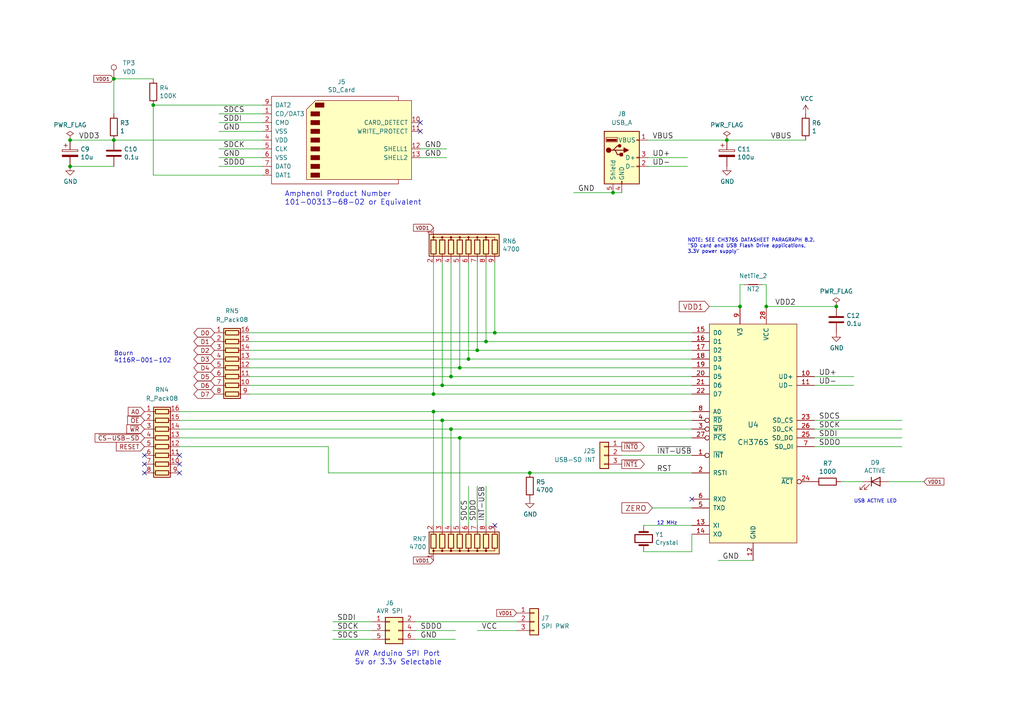
<source format=kicad_sch>
(kicad_sch (version 20211123) (generator eeschema)
  (paper "A4")
  (lib_symbols
    (symbol "CH376S:CH376S" (pin_names (offset 1.016))
      (property "Reference" "U" (at 0 -1.27 0))
      (property "Value" "CH376S" (at 0 -3.81 0))
      (symbol "CH376S_0_1"
        (rectangle (start -12.7 31.75) (end 12.7 -31.75) (fill (type background)))
      )
      (symbol "CH376S_1_1"
        (pin output inverted (at -17.78 -6.35 0) (length 5.08) (name "~{INT}") (number "1"))
        (pin bidirectional line (at 17.78 16.51 180) (length 5.08) (name "UD+") (number "10"))
        (pin bidirectional line (at 17.78 13.97 180) (length 5.08) (name "UD-") (number "11"))
        (pin power_in line (at 0 -36.83 90) (length 5.08) (name "GND") (number "12"))
        (pin input line (at -17.78 -26.67 0) (length 5.08) (name "XI") (number "13"))
        (pin output line (at -17.78 -29.21 0) (length 5.08) (name "XO") (number "14"))
        (pin bidirectional line (at -17.78 29.21 0) (length 5.08) (name "D0") (number "15"))
        (pin bidirectional line (at -17.78 26.67 0) (length 5.08) (name "D1") (number "16"))
        (pin bidirectional line (at -17.78 24.13 0) (length 5.08) (name "D2") (number "17"))
        (pin bidirectional line (at -17.78 21.59 0) (length 5.08) (name "D3") (number "18"))
        (pin bidirectional line (at -17.78 19.05 0) (length 5.08) (name "D4") (number "19"))
        (pin input line (at -17.78 -11.43 0) (length 5.08) (name "RSTI") (number "2"))
        (pin bidirectional line (at -17.78 16.51 0) (length 5.08) (name "D5") (number "20"))
        (pin bidirectional line (at -17.78 13.97 0) (length 5.08) (name "D6") (number "21"))
        (pin bidirectional line (at -17.78 11.43 0) (length 5.08) (name "D7") (number "22"))
        (pin output line (at 17.78 3.81 180) (length 5.08) (name "SD_CS") (number "23"))
        (pin output inverted (at 17.78 -13.97 180) (length 5.08) (name "~{ACT}") (number "24"))
        (pin output line (at 17.78 -1.27 180) (length 5.08) (name "SD_DO") (number "25"))
        (pin output line (at 17.78 1.27 180) (length 5.08) (name "SD_CK") (number "26"))
        (pin input inverted (at -17.78 -1.27 0) (length 5.08) (name "~{PCS}") (number "27"))
        (pin power_in line (at 3.81 36.83 270) (length 5.08) (name "VCC") (number "28"))
        (pin input inverted (at -17.78 1.27 0) (length 5.08) (name "~{WR}") (number "3"))
        (pin input inverted (at -17.78 3.81 0) (length 5.08) (name "~{RD}") (number "4"))
        (pin output line (at -17.78 -21.59 0) (length 5.08) (name "TXD") (number "5"))
        (pin input line (at -17.78 -19.05 0) (length 5.08) (name "RXD") (number "6"))
        (pin input line (at 17.78 -3.81 180) (length 5.08) (name "SD_DI") (number "7"))
        (pin input line (at -17.78 6.35 0) (length 5.08) (name "A0") (number "8"))
        (pin power_in line (at -3.81 36.83 270) (length 5.08) (name "V3") (number "9"))
      )
    )
    (symbol "Connector:SD_Card" (pin_names (offset 1.016))
      (property "Reference" "J" (at -16.51 13.97 0))
      (property "Value" "SD_Card" (at 15.24 -13.97 0))
      (symbol "SD_Card_0_1"
        (rectangle (start -8.89 -9.525) (end -6.35 -10.795) (fill (type outline)))
        (rectangle (start -8.89 -6.985) (end -6.35 -8.255) (fill (type outline)))
        (rectangle (start -8.89 -4.445) (end -6.35 -5.715) (fill (type outline)))
        (rectangle (start -8.89 -1.905) (end -6.35 -3.175) (fill (type outline)))
        (rectangle (start -8.89 0.635) (end -6.35 -0.635) (fill (type outline)))
        (rectangle (start -8.89 3.175) (end -6.35 1.905) (fill (type outline)))
        (rectangle (start -8.89 5.715) (end -6.35 4.445) (fill (type outline)))
        (rectangle (start -8.89 8.255) (end -6.35 6.985) (fill (type outline)))
        (rectangle (start -7.62 10.795) (end -5.08 9.525) (fill (type outline)))
        (polyline (pts (xy -10.16 8.89) (xy -7.62 11.43) (xy 20.32 11.43) (xy 20.32 -11.43) (xy -10.16 -11.43) (xy -10.16 8.89)) (fill (type background)))
        (polyline (pts (xy 16.51 11.43) (xy 16.51 12.7) (xy -20.32 12.7) (xy -20.32 -12.7) (xy 16.51 -12.7) (xy 16.51 -11.43)))
      )
      (symbol "SD_Card_1_1"
        (pin input line (at -22.86 7.62 0) (length 2.54) (name "CD/DAT3") (number "1"))
        (pin input line (at 22.86 5.08 180) (length 2.54) (name "CARD_DETECT") (number "10"))
        (pin input line (at 22.86 2.54 180) (length 2.54) (name "WRITE_PROTECT") (number "11"))
        (pin input line (at 22.86 -2.54 180) (length 2.54) (name "SHELL1") (number "12"))
        (pin input line (at 22.86 -5.08 180) (length 2.54) (name "SHELL2") (number "13"))
        (pin input line (at -22.86 5.08 0) (length 2.54) (name "CMD") (number "2"))
        (pin power_in line (at -22.86 2.54 0) (length 2.54) (name "VSS") (number "3"))
        (pin power_in line (at -22.86 0 0) (length 2.54) (name "VDD") (number "4"))
        (pin input line (at -22.86 -2.54 0) (length 2.54) (name "CLK") (number "5"))
        (pin power_in line (at -22.86 -5.08 0) (length 2.54) (name "VSS") (number "6"))
        (pin input line (at -22.86 -7.62 0) (length 2.54) (name "DAT0") (number "7"))
        (pin input line (at -22.86 -10.16 0) (length 2.54) (name "DAT1") (number "8"))
        (pin input line (at -22.86 10.16 0) (length 2.54) (name "DAT2") (number "9"))
      )
    )
    (symbol "Connector:TestPoint" (pin_numbers hide) (pin_names (offset 0.762) hide)
      (property "Reference" "TP" (at 0 6.858 0))
      (property "Value" "TestPoint" (at 0 5.08 0))
      (symbol "TestPoint_0_1"
        (circle (center 0 3.302) (radius 0.762))
      )
      (symbol "TestPoint_1_1"
        (pin passive line (at 0 0 90) (length 2.54) (name "1") (number "1"))
      )
    )
    (symbol "Connector:USB_A" (pin_names (offset 1.016))
      (property "Reference" "J" (at -5.08 11.43 0))
      (property "Value" "USB_A" (at -5.08 8.89 0))
      (symbol "USB_A_0_1"
        (rectangle (start -5.08 -7.62) (end 5.08 7.62) (stroke (width 0.254)) (fill (type background)))
        (circle (center -3.81 2.159) (radius 0.635) (stroke (width 0.254)) (fill (type outline)))
        (rectangle (start -1.524 4.826) (end -4.318 5.334) (fill (type outline)))
        (rectangle (start -1.27 4.572) (end -4.572 5.842))
        (circle (center -0.635 3.429) (radius 0.381) (stroke (width 0.254)) (fill (type outline)))
        (rectangle (start -0.127 -7.62) (end 0.127 -6.858))
        (polyline (pts (xy -3.175 2.159) (xy -2.54 2.159) (xy -1.27 3.429) (xy -0.635 3.429)) (stroke (width 0.254)))
        (polyline (pts (xy -2.54 2.159) (xy -1.905 2.159) (xy -1.27 0.889) (xy 0 0.889)) (stroke (width 0.254)))
        (polyline (pts (xy 0.635 2.794) (xy 0.635 1.524) (xy 1.905 2.159) (xy 0.635 2.794)) (stroke (width 0.254)) (fill (type outline)))
        (rectangle (start 0.254 1.27) (end -0.508 0.508) (stroke (width 0.254)) (fill (type outline)))
        (rectangle (start 5.08 -2.667) (end 4.318 -2.413))
        (rectangle (start 5.08 -0.127) (end 4.318 0.127))
        (rectangle (start 5.08 4.953) (end 4.318 5.207))
      )
      (symbol "USB_A_1_1"
        (polyline (pts (xy -1.905 2.159) (xy 0.635 2.159)) (stroke (width 0.254)))
        (pin power_in line (at 7.62 5.08 180) (length 2.54) (name "VBUS") (number "1"))
        (pin bidirectional line (at 7.62 -2.54 180) (length 2.54) (name "D-") (number "2"))
        (pin bidirectional line (at 7.62 0 180) (length 2.54) (name "D+") (number "3"))
        (pin power_in line (at 0 -10.16 90) (length 2.54) (name "GND") (number "4"))
        (pin passive line (at -2.54 -10.16 90) (length 2.54) (name "Shield") (number "5"))
      )
    )
    (symbol "Connector_Generic:Conn_01x03" (pin_names (offset 1.016) hide)
      (property "Reference" "J" (at 0 5.08 0))
      (property "Value" "Conn_01x03" (at 0 -5.08 0))
      (symbol "Conn_01x03_1_1"
        (rectangle (start -1.27 -2.413) (end 0 -2.667) (stroke (width 0.1524)))
        (rectangle (start -1.27 0.127) (end 0 -0.127) (stroke (width 0.1524)))
        (rectangle (start -1.27 2.667) (end 0 2.413) (stroke (width 0.1524)))
        (rectangle (start -1.27 3.81) (end 1.27 -3.81) (stroke (width 0.254)) (fill (type background)))
        (pin passive line (at -5.08 2.54 0) (length 3.81) (name "Pin_1") (number "1"))
        (pin passive line (at -5.08 0 0) (length 3.81) (name "Pin_2") (number "2"))
        (pin passive line (at -5.08 -2.54 0) (length 3.81) (name "Pin_3") (number "3"))
      )
    )
    (symbol "Connector_Generic:Conn_02x03_Odd_Even" (pin_names (offset 1.016) hide)
      (property "Reference" "J" (at 1.27 5.08 0))
      (property "Value" "Conn_02x03_Odd_Even" (at 1.27 -5.08 0))
      (symbol "Conn_02x03_Odd_Even_1_1"
        (rectangle (start -1.27 -2.413) (end 0 -2.667) (stroke (width 0.1524)))
        (rectangle (start -1.27 0.127) (end 0 -0.127) (stroke (width 0.1524)))
        (rectangle (start -1.27 2.667) (end 0 2.413) (stroke (width 0.1524)))
        (rectangle (start -1.27 3.81) (end 3.81 -3.81) (stroke (width 0.254)) (fill (type background)))
        (rectangle (start 3.81 -2.413) (end 2.54 -2.667) (stroke (width 0.1524)))
        (rectangle (start 3.81 0.127) (end 2.54 -0.127) (stroke (width 0.1524)))
        (rectangle (start 3.81 2.667) (end 2.54 2.413) (stroke (width 0.1524)))
        (pin passive line (at -5.08 2.54 0) (length 3.81) (name "Pin_1") (number "1"))
        (pin passive line (at 7.62 2.54 180) (length 3.81) (name "Pin_2") (number "2"))
        (pin passive line (at -5.08 0 0) (length 3.81) (name "Pin_3") (number "3"))
        (pin passive line (at 7.62 0 180) (length 3.81) (name "Pin_4") (number "4"))
        (pin passive line (at -5.08 -2.54 0) (length 3.81) (name "Pin_5") (number "5"))
        (pin passive line (at 7.62 -2.54 180) (length 3.81) (name "Pin_6") (number "6"))
      )
    )
    (symbol "Device:C" (pin_numbers hide) (pin_names (offset 0.254))
      (property "Reference" "C" (at 0.635 2.54 0))
      (property "Value" "C" (at 0.635 -2.54 0))
      (symbol "C_0_1"
        (polyline (pts (xy -2.032 -0.762) (xy 2.032 -0.762)) (stroke (width 0.508)))
        (polyline (pts (xy -2.032 0.762) (xy 2.032 0.762)) (stroke (width 0.508)))
      )
      (symbol "C_1_1"
        (pin passive line (at 0 3.81 270) (length 2.794) (name "~") (number "1"))
        (pin passive line (at 0 -3.81 90) (length 2.794) (name "~") (number "2"))
      )
    )
    (symbol "Device:C_Polarized" (pin_numbers hide) (pin_names (offset 0.254))
      (property "Reference" "C" (at 0.635 2.54 0))
      (property "Value" "C_Polarized" (at 0.635 -2.54 0))
      (symbol "C_Polarized_0_1"
        (rectangle (start -2.286 0.508) (end 2.286 1.016))
        (polyline (pts (xy -1.778 2.286) (xy -0.762 2.286)))
        (polyline (pts (xy -1.27 2.794) (xy -1.27 1.778)))
        (rectangle (start 2.286 -0.508) (end -2.286 -1.016) (fill (type outline)))
      )
      (symbol "C_Polarized_1_1"
        (pin passive line (at 0 3.81 270) (length 2.794) (name "~") (number "1"))
        (pin passive line (at 0 -3.81 90) (length 2.794) (name "~") (number "2"))
      )
    )
    (symbol "Device:Crystal" (pin_numbers hide) (pin_names (offset 1.016) hide)
      (property "Reference" "Y" (at 0 3.81 0))
      (property "Value" "Crystal" (at 0 -3.81 0))
      (symbol "Crystal_0_1"
        (rectangle (start -1.143 2.54) (end 1.143 -2.54) (stroke (width 0.3048)))
        (polyline (pts (xy -2.54 0) (xy -1.905 0)))
        (polyline (pts (xy -1.905 -1.27) (xy -1.905 1.27)) (stroke (width 0.508)))
        (polyline (pts (xy 1.905 -1.27) (xy 1.905 1.27)) (stroke (width 0.508)))
        (polyline (pts (xy 2.54 0) (xy 1.905 0)))
      )
      (symbol "Crystal_1_1"
        (pin passive line (at -3.81 0 0) (length 1.27) (name "1") (number "1"))
        (pin passive line (at 3.81 0 180) (length 1.27) (name "2") (number "2"))
      )
    )
    (symbol "Device:LED" (pin_numbers hide) (pin_names (offset 1.016) hide)
      (property "Reference" "D" (at 0 2.54 0))
      (property "Value" "LED" (at 0 -2.54 0))
      (symbol "LED_0_1"
        (polyline (pts (xy -1.27 -1.27) (xy -1.27 1.27)) (stroke (width 0.254)))
        (polyline (pts (xy -1.27 0) (xy 1.27 0)))
        (polyline (pts (xy 1.27 -1.27) (xy 1.27 1.27) (xy -1.27 0) (xy 1.27 -1.27)) (stroke (width 0.254)))
        (polyline (pts (xy -3.048 -0.762) (xy -4.572 -2.286) (xy -3.81 -2.286) (xy -4.572 -2.286) (xy -4.572 -1.524)))
        (polyline (pts (xy -1.778 -0.762) (xy -3.302 -2.286) (xy -2.54 -2.286) (xy -3.302 -2.286) (xy -3.302 -1.524)))
      )
      (symbol "LED_1_1"
        (pin passive line (at -3.81 0 0) (length 2.54) (name "K") (number "1"))
        (pin passive line (at 3.81 0 180) (length 2.54) (name "A") (number "2"))
      )
    )
    (symbol "Device:NetTie_2" (pin_numbers hide) (pin_names (offset 0) hide) (in_bom no)
      (property "Reference" "NT" (at 0 1.27 0))
      (property "Value" "NetTie_2" (at 0 -1.27 0))
      (symbol "NetTie_2_0_1"
        (polyline (pts (xy -1.27 0) (xy 1.27 0)) (stroke (width 0.254)))
      )
      (symbol "NetTie_2_1_1"
        (pin passive line (at -2.54 0 0) (length 2.54) (name "1") (number "1"))
        (pin passive line (at 2.54 0 180) (length 2.54) (name "2") (number "2"))
      )
    )
    (symbol "Device:R" (pin_numbers hide) (pin_names (offset 0))
      (property "Reference" "R" (at 2.032 0 90))
      (property "Value" "R" (at 0 0 90))
      (symbol "R_0_1"
        (rectangle (start -1.016 -2.54) (end 1.016 2.54) (stroke (width 0.254)))
      )
      (symbol "R_1_1"
        (pin passive line (at 0 3.81 270) (length 1.27) (name "~") (number "1"))
        (pin passive line (at 0 -3.81 90) (length 1.27) (name "~") (number "2"))
      )
    )
    (symbol "Device:R_Network08" (pin_names (offset 0) hide)
      (property "Reference" "RN" (at -12.7 0 90))
      (property "Value" "R_Network08" (at 10.16 0 90))
      (symbol "R_Network08_0_1"
        (rectangle (start -11.43 -3.175) (end 8.89 3.175) (stroke (width 0.254)) (fill (type background)))
        (rectangle (start -10.922 1.524) (end -9.398 -2.54) (stroke (width 0.254)))
        (circle (center -10.16 2.286) (radius 0.254) (fill (type outline)))
        (rectangle (start -8.382 1.524) (end -6.858 -2.54) (stroke (width 0.254)))
        (circle (center -7.62 2.286) (radius 0.254) (fill (type outline)))
        (rectangle (start -5.842 1.524) (end -4.318 -2.54) (stroke (width 0.254)))
        (circle (center -5.08 2.286) (radius 0.254) (fill (type outline)))
        (rectangle (start -3.302 1.524) (end -1.778 -2.54) (stroke (width 0.254)))
        (circle (center -2.54 2.286) (radius 0.254) (fill (type outline)))
        (rectangle (start -0.762 1.524) (end 0.762 -2.54) (stroke (width 0.254)))
        (polyline (pts (xy -10.16 -2.54) (xy -10.16 -3.81)))
        (polyline (pts (xy -7.62 -2.54) (xy -7.62 -3.81)))
        (polyline (pts (xy -5.08 -2.54) (xy -5.08 -3.81)))
        (polyline (pts (xy -2.54 -2.54) (xy -2.54 -3.81)))
        (polyline (pts (xy 0 -2.54) (xy 0 -3.81)))
        (polyline (pts (xy 2.54 -2.54) (xy 2.54 -3.81)))
        (polyline (pts (xy 5.08 -2.54) (xy 5.08 -3.81)))
        (polyline (pts (xy 7.62 -2.54) (xy 7.62 -3.81)))
        (polyline (pts (xy -10.16 1.524) (xy -10.16 2.286) (xy -7.62 2.286) (xy -7.62 1.524)))
        (polyline (pts (xy -7.62 1.524) (xy -7.62 2.286) (xy -5.08 2.286) (xy -5.08 1.524)))
        (polyline (pts (xy -5.08 1.524) (xy -5.08 2.286) (xy -2.54 2.286) (xy -2.54 1.524)))
        (polyline (pts (xy -2.54 1.524) (xy -2.54 2.286) (xy 0 2.286) (xy 0 1.524)))
        (polyline (pts (xy 0 1.524) (xy 0 2.286) (xy 2.54 2.286) (xy 2.54 1.524)))
        (polyline (pts (xy 2.54 1.524) (xy 2.54 2.286) (xy 5.08 2.286) (xy 5.08 1.524)))
        (polyline (pts (xy 5.08 1.524) (xy 5.08 2.286) (xy 7.62 2.286) (xy 7.62 1.524)))
        (circle (center 0 2.286) (radius 0.254) (fill (type outline)))
        (rectangle (start 1.778 1.524) (end 3.302 -2.54) (stroke (width 0.254)))
        (circle (center 2.54 2.286) (radius 0.254) (fill (type outline)))
        (rectangle (start 4.318 1.524) (end 5.842 -2.54) (stroke (width 0.254)))
        (circle (center 5.08 2.286) (radius 0.254) (fill (type outline)))
        (rectangle (start 6.858 1.524) (end 8.382 -2.54) (stroke (width 0.254)))
      )
      (symbol "R_Network08_1_1"
        (pin passive line (at -10.16 5.08 270) (length 2.54) (name "common") (number "1"))
        (pin passive line (at -10.16 -5.08 90) (length 1.27) (name "R1") (number "2"))
        (pin passive line (at -7.62 -5.08 90) (length 1.27) (name "R2") (number "3"))
        (pin passive line (at -5.08 -5.08 90) (length 1.27) (name "R3") (number "4"))
        (pin passive line (at -2.54 -5.08 90) (length 1.27) (name "R4") (number "5"))
        (pin passive line (at 0 -5.08 90) (length 1.27) (name "R5") (number "6"))
        (pin passive line (at 2.54 -5.08 90) (length 1.27) (name "R6") (number "7"))
        (pin passive line (at 5.08 -5.08 90) (length 1.27) (name "R7") (number "8"))
        (pin passive line (at 7.62 -5.08 90) (length 1.27) (name "R8") (number "9"))
      )
    )
    (symbol "Device:R_Pack08" (pin_names (offset 0) hide)
      (property "Reference" "RN" (at -12.7 0 90))
      (property "Value" "R_Pack08" (at 10.16 0 90))
      (symbol "R_Pack08_0_1"
        (rectangle (start -11.43 -2.413) (end 8.89 2.413) (stroke (width 0.254)) (fill (type background)))
        (rectangle (start -10.795 1.905) (end -9.525 -1.905) (stroke (width 0.254)))
        (rectangle (start -8.255 1.905) (end -6.985 -1.905) (stroke (width 0.254)))
        (rectangle (start -5.715 1.905) (end -4.445 -1.905) (stroke (width 0.254)))
        (rectangle (start -3.175 1.905) (end -1.905 -1.905) (stroke (width 0.254)))
        (rectangle (start -0.635 1.905) (end 0.635 -1.905) (stroke (width 0.254)))
        (polyline (pts (xy -10.16 -2.54) (xy -10.16 -1.905)))
        (polyline (pts (xy -10.16 1.905) (xy -10.16 2.54)))
        (polyline (pts (xy -7.62 -2.54) (xy -7.62 -1.905)))
        (polyline (pts (xy -7.62 1.905) (xy -7.62 2.54)))
        (polyline (pts (xy -5.08 -2.54) (xy -5.08 -1.905)))
        (polyline (pts (xy -5.08 1.905) (xy -5.08 2.54)))
        (polyline (pts (xy -2.54 -2.54) (xy -2.54 -1.905)))
        (polyline (pts (xy -2.54 1.905) (xy -2.54 2.54)))
        (polyline (pts (xy 0 -2.54) (xy 0 -1.905)))
        (polyline (pts (xy 0 1.905) (xy 0 2.54)))
        (polyline (pts (xy 2.54 -2.54) (xy 2.54 -1.905)))
        (polyline (pts (xy 2.54 1.905) (xy 2.54 2.54)))
        (polyline (pts (xy 5.08 -2.54) (xy 5.08 -1.905)))
        (polyline (pts (xy 5.08 1.905) (xy 5.08 2.54)))
        (polyline (pts (xy 7.62 -2.54) (xy 7.62 -1.905)))
        (polyline (pts (xy 7.62 1.905) (xy 7.62 2.54)))
        (rectangle (start 1.905 1.905) (end 3.175 -1.905) (stroke (width 0.254)))
        (rectangle (start 4.445 1.905) (end 5.715 -1.905) (stroke (width 0.254)))
        (rectangle (start 6.985 1.905) (end 8.255 -1.905) (stroke (width 0.254)))
      )
      (symbol "R_Pack08_1_1"
        (pin passive line (at -10.16 -5.08 90) (length 2.54) (name "R1.1") (number "1"))
        (pin passive line (at 5.08 5.08 270) (length 2.54) (name "R7.2") (number "10"))
        (pin passive line (at 2.54 5.08 270) (length 2.54) (name "R6.2") (number "11"))
        (pin passive line (at 0 5.08 270) (length 2.54) (name "R5.2") (number "12"))
        (pin passive line (at -2.54 5.08 270) (length 2.54) (name "R4.2") (number "13"))
        (pin passive line (at -5.08 5.08 270) (length 2.54) (name "R3.2") (number "14"))
        (pin passive line (at -7.62 5.08 270) (length 2.54) (name "R2.2") (number "15"))
        (pin passive line (at -10.16 5.08 270) (length 2.54) (name "R1.2") (number "16"))
        (pin passive line (at -7.62 -5.08 90) (length 2.54) (name "R2.1") (number "2"))
        (pin passive line (at -5.08 -5.08 90) (length 2.54) (name "R3.1") (number "3"))
        (pin passive line (at -2.54 -5.08 90) (length 2.54) (name "R4.1") (number "4"))
        (pin passive line (at 0 -5.08 90) (length 2.54) (name "R5.1") (number "5"))
        (pin passive line (at 2.54 -5.08 90) (length 2.54) (name "R6.1") (number "6"))
        (pin passive line (at 5.08 -5.08 90) (length 2.54) (name "R7.1") (number "7"))
        (pin passive line (at 7.62 -5.08 90) (length 2.54) (name "R8.1") (number "8"))
        (pin passive line (at 7.62 5.08 270) (length 2.54) (name "R8.2") (number "9"))
      )
    )
    (symbol "power:GND" (power) (pin_names (offset 0))
      (property "Value" "GND" (at 0 -3.81 0))
      (symbol "GND_0_1"
        (polyline (pts (xy 0 0) (xy 0 -1.27) (xy 1.27 -1.27) (xy 0 -2.54) (xy -1.27 -1.27) (xy 0 -1.27)))
      )
      (symbol "GND_1_1"
        (pin power_in line (at 0 0 270) (length 0) hide (name "GND") (number "1"))
      )
    )
    (symbol "power:PWR_FLAG" (power) (pin_numbers hide) (pin_names (offset 0) hide)
      (property "Value" "PWR_FLAG" (at 0 3.81 0))
      (symbol "PWR_FLAG_0_0"
        (pin power_out line (at 0 0 90) (length 0) (name "pwr") (number "1"))
      )
      (symbol "PWR_FLAG_0_1"
        (polyline (pts (xy 0 0) (xy 0 1.27) (xy -1.016 1.905) (xy 0 2.54) (xy 1.016 1.905) (xy 0 1.27)))
      )
    )
    (symbol "power:VCC" (power) (pin_names (offset 0))
      (property "Value" "VCC" (at 0 3.81 0))
      (symbol "VCC_0_1"
        (polyline (pts (xy -0.762 1.27) (xy 0 2.54)))
        (polyline (pts (xy 0 0) (xy 0 2.54)))
        (polyline (pts (xy 0 2.54) (xy 0.762 1.27)))
      )
      (symbol "VCC_1_1"
        (pin power_in line (at 0 0 90) (length 0) hide (name "VCC") (number "1"))
      )
    )
  )
  (junction (at 153.67 137.16))
  (junction (at 143.51 96.52))
  (junction (at 128.27 121.92))
  (junction (at 140.97 99.06))
  (junction (at 130.81 124.46))
  (junction (at 135.89 104.14))
  (junction (at 130.81 109.22))
  (junction (at 128.27 111.76))
  (junction (at 125.73 119.38))
  (junction (at 20.32 48.26))
  (junction (at 33.02 22.86))
  (junction (at 20.32 40.64))
  (junction (at 138.43 101.6))
  (junction (at 133.35 106.68))
  (junction (at 133.35 127))
  (junction (at 214.63 88.9))
  (junction (at 125.73 114.3))
  (junction (at 44.45 30.48))
  (junction (at 242.57 88.9))
  (junction (at 222.25 88.9))
  (junction (at 210.82 40.64))
  (junction (at 177.8 55.88))
  (junction (at 33.02 40.64))
  (no_connect (at 121.92 38.1))
  (no_connect (at 41.91 134.62))
  (no_connect (at 121.92 35.56))
  (no_connect (at 200.66 144.78))
  (no_connect (at 41.91 137.16))
  (no_connect (at 143.51 152.4))
  (no_connect (at 52.07 134.62))
  (no_connect (at 52.07 137.16))
  (no_connect (at 52.07 132.08))
  (no_connect (at 41.91 132.08))
  (wire (pts (xy 236.22 124.46) (xy 261.62 124.46)))
  (wire (pts (xy 236.22 121.92) (xy 261.62 121.92)))
  (wire (pts (xy 33.02 40.64) (xy 76.2 40.64)))
  (wire (pts (xy 180.34 132.08) (xy 200.66 132.08)))
  (wire (pts (xy 72.39 101.6) (xy 138.43 101.6)))
  (wire (pts (xy 95.25 129.54) (xy 95.25 137.16)))
  (wire (pts (xy 200.66 160.02) (xy 186.69 160.02)))
  (wire (pts (xy 133.35 127) (xy 200.66 127)))
  (wire (pts (xy 72.39 104.14) (xy 135.89 104.14)))
  (wire (pts (xy 247.65 109.22) (xy 236.22 109.22)))
  (wire (pts (xy 129.54 43.18) (xy 121.92 43.18)))
  (wire (pts (xy 120.65 182.88) (xy 132.08 182.88)))
  (wire (pts (xy 130.81 124.46) (xy 200.66 124.46)))
  (wire (pts (xy 243.84 139.7) (xy 250.19 139.7)))
  (wire (pts (xy 72.39 111.76) (xy 128.27 111.76)))
  (wire (pts (xy 140.97 76.2) (xy 140.97 99.06)))
  (wire (pts (xy 63.5 33.02) (xy 76.2 33.02)))
  (wire (pts (xy 95.25 137.16) (xy 153.67 137.16)))
  (wire (pts (xy 52.07 119.38) (xy 125.73 119.38)))
  (wire (pts (xy 96.52 180.34) (xy 107.95 180.34)))
  (wire (pts (xy 205.74 88.9) (xy 214.63 88.9)))
  (wire (pts (xy 220.98 82.55) (xy 222.25 82.55)))
  (wire (pts (xy 187.96 45.72) (xy 199.39 45.72)))
  (wire (pts (xy 44.45 30.48) (xy 44.45 50.8)))
  (wire (pts (xy 200.66 154.94) (xy 200.66 160.02)))
  (wire (pts (xy 72.39 96.52) (xy 143.51 96.52)))
  (wire (pts (xy 186.69 152.4) (xy 200.66 152.4)))
  (wire (pts (xy 125.73 152.4) (xy 125.73 119.38)))
  (wire (pts (xy 177.8 55.88) (xy 180.34 55.88)))
  (wire (pts (xy 72.39 109.22) (xy 130.81 109.22)))
  (wire (pts (xy 125.73 114.3) (xy 200.66 114.3)))
  (wire (pts (xy 96.52 185.42) (xy 107.95 185.42)))
  (wire (pts (xy 76.2 35.56) (xy 63.5 35.56)))
  (wire (pts (xy 128.27 76.2) (xy 128.27 111.76)))
  (wire (pts (xy 236.22 127) (xy 261.62 127)))
  (wire (pts (xy 130.81 152.4) (xy 130.81 124.46)))
  (wire (pts (xy 153.67 137.16) (xy 200.66 137.16)))
  (wire (pts (xy 76.2 38.1) (xy 63.5 38.1)))
  (wire (pts (xy 135.89 104.14) (xy 200.66 104.14)))
  (wire (pts (xy 120.65 185.42) (xy 132.08 185.42)))
  (wire (pts (xy 199.39 48.26) (xy 187.96 48.26)))
  (wire (pts (xy 128.27 111.76) (xy 200.66 111.76)))
  (wire (pts (xy 33.02 40.64) (xy 20.32 40.64)))
  (wire (pts (xy 267.97 139.7) (xy 257.81 139.7)))
  (wire (pts (xy 138.43 182.88) (xy 149.86 182.88)))
  (wire (pts (xy 52.07 129.54) (xy 95.25 129.54)))
  (wire (pts (xy 187.96 40.64) (xy 210.82 40.64)))
  (wire (pts (xy 130.81 109.22) (xy 200.66 109.22)))
  (wire (pts (xy 76.2 43.18) (xy 63.5 43.18)))
  (wire (pts (xy 20.32 48.26) (xy 33.02 48.26)))
  (wire (pts (xy 128.27 121.92) (xy 200.66 121.92)))
  (wire (pts (xy 177.8 55.88) (xy 166.37 55.88)))
  (wire (pts (xy 76.2 45.72) (xy 63.5 45.72)))
  (wire (pts (xy 133.35 76.2) (xy 133.35 106.68)))
  (wire (pts (xy 236.22 129.54) (xy 261.62 129.54)))
  (wire (pts (xy 222.25 82.55) (xy 222.25 88.9)))
  (wire (pts (xy 72.39 99.06) (xy 140.97 99.06)))
  (wire (pts (xy 130.81 76.2) (xy 130.81 109.22)))
  (wire (pts (xy 33.02 22.86) (xy 44.45 22.86)))
  (wire (pts (xy 125.73 119.38) (xy 200.66 119.38)))
  (wire (pts (xy 140.97 140.97) (xy 140.97 152.4)))
  (wire (pts (xy 129.54 45.72) (xy 121.92 45.72)))
  (wire (pts (xy 214.63 82.55) (xy 215.9 82.55)))
  (wire (pts (xy 96.52 182.88) (xy 107.95 182.88)))
  (wire (pts (xy 128.27 152.4) (xy 128.27 121.92)))
  (wire (pts (xy 52.07 124.46) (xy 130.81 124.46)))
  (wire (pts (xy 138.43 76.2) (xy 138.43 101.6)))
  (wire (pts (xy 52.07 121.92) (xy 128.27 121.92)))
  (wire (pts (xy 44.45 50.8) (xy 76.2 50.8)))
  (wire (pts (xy 143.51 76.2) (xy 143.51 96.52)))
  (wire (pts (xy 72.39 114.3) (xy 125.73 114.3)))
  (wire (pts (xy 76.2 48.26) (xy 63.5 48.26)))
  (wire (pts (xy 208.28 162.56) (xy 218.44 162.56)))
  (wire (pts (xy 135.89 152.4) (xy 135.89 140.97)))
  (wire (pts (xy 138.43 101.6) (xy 200.66 101.6)))
  (wire (pts (xy 143.51 96.52) (xy 200.66 96.52)))
  (wire (pts (xy 52.07 127) (xy 133.35 127)))
  (wire (pts (xy 138.43 140.97) (xy 138.43 152.4)))
  (wire (pts (xy 247.65 111.76) (xy 236.22 111.76)))
  (wire (pts (xy 210.82 40.64) (xy 233.68 40.64)))
  (wire (pts (xy 133.35 106.68) (xy 72.39 106.68)))
  (wire (pts (xy 120.65 180.34) (xy 149.86 180.34)))
  (wire (pts (xy 214.63 88.9) (xy 214.63 82.55)))
  (wire (pts (xy 189.23 147.32) (xy 200.66 147.32)))
  (wire (pts (xy 33.02 22.86) (xy 33.02 33.02)))
  (wire (pts (xy 222.25 88.9) (xy 242.57 88.9)))
  (wire (pts (xy 133.35 106.68) (xy 200.66 106.68)))
  (wire (pts (xy 140.97 99.06) (xy 200.66 99.06)))
  (wire (pts (xy 133.35 127) (xy 133.35 152.4)))
  (wire (pts (xy 44.45 30.48) (xy 76.2 30.48)))
  (wire (pts (xy 135.89 76.2) (xy 135.89 104.14)))
  (wire (pts (xy 125.73 76.2) (xy 125.73 114.3)))
  (text "12 MHz" (at 190.5 152.4 0) (effects (font (size 1.016 1.016)) (justify left bottom)))
  (text "Amphenol Product Number \n101-00313-68-02 or Equivalent" (at 82.55 59.69 0) (effects (font (size 1.524 1.524)) (justify left bottom)))
  (text "AVR Arduino SPI Port\n5v or 3.3v Selectable" (at 102.87 193.04 0) (effects (font (size 1.524 1.524)) (justify left bottom)))
  (text "USB ACTIVE LED" (at 247.65 146.05 0) (effects (font (size 1.016 1.016)) (justify left bottom)))
  (text "Bourn\n4116R-001-102" (at 33.02 105.41 0) (effects (font (size 1.27 1.27)) (justify left bottom)))
  (text "NOTE: SEE CH376S DATASHEET PARAGRAPH 8.2. \n\"SD card and USB Flash Drive applications, \n3.3V power supply\"" (at 199.39 73.66 0) (effects (font (size 1.016 1.016)) (justify left bottom)))
  (label "GND" (at 123.19 43.18 0) (effects (font (size 1.524 1.524))))
  (label "GND" (at 121.92 185.42 0) (effects (font (size 1.524 1.524))))
  (label "UD-" (at 189.23 48.26 0) (effects (font (size 1.524 1.524))))
  (label "SDCK" (at 237.49 124.46 0) (effects (font (size 1.524 1.524))))
  (label "GND" (at 64.77 38.1 0) (effects (font (size 1.524 1.524))))
  (label "SDCS" (at 237.49 121.92 0) (effects (font (size 1.524 1.524))))
  (label "SDCK" (at 97.79 182.88 0) (effects (font (size 1.524 1.524))))
  (label "GND" (at 167.64 55.88 0) (effects (font (size 1.524 1.524))))
  (label "SDDO" (at 138.43 151.13 90) (effects (font (size 1.524 1.524))))
  (label "SDDI" (at 97.79 180.34 0) (effects (font (size 1.524 1.524))))
  (label "SDDO" (at 237.49 129.54 0) (effects (font (size 1.524 1.524))))
  (label "~{INT-USB}" (at 190.5 132.08 0) (effects (font (size 1.524 1.524))))
  (label "UD+" (at 237.49 109.22 0) (effects (font (size 1.524 1.524))))
  (label "VDD2" (at 224.79 88.9 0) (effects (font (size 1.524 1.524))))
  (label "GND" (at 64.77 45.72 0) (effects (font (size 1.524 1.524))))
  (label "SDDO" (at 64.77 48.26 0) (effects (font (size 1.524 1.524))))
  (label "RST" (at 190.5 137.16 0) (effects (font (size 1.524 1.524))))
  (label "SDDO" (at 121.92 182.88 0) (effects (font (size 1.524 1.524))))
  (label "UD+" (at 189.23 45.72 0) (effects (font (size 1.524 1.524))))
  (label "SDDI" (at 237.49 127 0) (effects (font (size 1.524 1.524))))
  (label "SDDI" (at 64.77 35.56 0) (effects (font (size 1.524 1.524))))
  (label "UD-" (at 237.49 111.76 0) (effects (font (size 1.524 1.524))))
  (label "GND" (at 209.55 162.56 0) (effects (font (size 1.524 1.524))))
  (label "VBUS" (at 189.23 40.64 0) (effects (font (size 1.524 1.524))))
  (label "SDCS" (at 135.89 151.13 90) (effects (font (size 1.524 1.524))))
  (label "VDD3" (at 22.86 40.64 0) (effects (font (size 1.524 1.524))))
  (label "SDCS" (at 97.79 185.42 0) (effects (font (size 1.524 1.524))))
  (label "VBUS" (at 223.52 40.64 0) (effects (font (size 1.524 1.524))))
  (label "GND" (at 123.19 45.72 0) (effects (font (size 1.524 1.524))))
  (label "VCC" (at 139.7 182.88 0) (effects (font (size 1.524 1.524))))
  (label "~{INT-USB}" (at 140.97 151.13 90) (effects (font (size 1.524 1.524))))
  (label "SDCS" (at 64.77 33.02 0) (effects (font (size 1.524 1.524))))
  (label "SDCK" (at 64.77 43.18 0) (effects (font (size 1.524 1.524))))
  (global_label "~{INT0}" (shape output) (at 180.34 129.54 0) (property "Intersheet References" "${INTERSHEET_REFS}" (effects hide)))
  (global_label "D3" (shape bidirectional) (at 62.23 104.14 180) (property "Intersheet References" "${INTERSHEET_REFS}" (effects hide)))
  (global_label "ZERO" (shape input) (at 189.23 147.32 180) (effects (font (size 1.524 1.524))) (property "Intersheet References" "${INTERSHEET_REFS}" (effects hide)))
  (global_label "D7" (shape bidirectional) (at 62.23 114.3 180) (property "Intersheet References" "${INTERSHEET_REFS}" (effects hide)))
  (global_label "VDD1" (shape input) (at 205.74 88.9 180) (effects (font (size 1.524 1.524))) (property "Intersheet References" "${INTERSHEET_REFS}" (effects hide)))
  (global_label "~{INT1}" (shape output) (at 180.34 134.62 0) (property "Intersheet References" "${INTERSHEET_REFS}" (effects hide)))
  (global_label "~{OE}" (shape input) (at 41.91 121.92 180) (property "Intersheet References" "${INTERSHEET_REFS}" (effects hide)))
  (global_label "D2" (shape bidirectional) (at 62.23 101.6 180) (property "Intersheet References" "${INTERSHEET_REFS}" (effects hide)))
  (global_label "~{WR}" (shape input) (at 41.91 124.46 180) (property "Intersheet References" "${INTERSHEET_REFS}" (effects hide)))
  (global_label "A0" (shape input) (at 41.91 119.38 180) (property "Intersheet References" "${INTERSHEET_REFS}" (effects hide)))
  (global_label "VDD1" (shape input) (at 125.73 162.56 180) (effects (font (size 1.016 1.016))) (property "Intersheet References" "${INTERSHEET_REFS}" (effects hide)))
  (global_label "VDD1" (shape input) (at 125.73 66.04 180) (effects (font (size 1.016 1.016))) (property "Intersheet References" "${INTERSHEET_REFS}" (effects hide)))
  (global_label "D5" (shape bidirectional) (at 62.23 109.22 180) (property "Intersheet References" "${INTERSHEET_REFS}" (effects hide)))
  (global_label "D4" (shape bidirectional) (at 62.23 106.68 180) (property "Intersheet References" "${INTERSHEET_REFS}" (effects hide)))
  (global_label "RESET" (shape input) (at 41.91 129.54 180) (property "Intersheet References" "${INTERSHEET_REFS}" (effects hide)))
  (global_label "VDD1" (shape input) (at 149.86 177.8 180) (effects (font (size 1.016 1.016))) (property "Intersheet References" "${INTERSHEET_REFS}" (effects hide)))
  (global_label "D1" (shape bidirectional) (at 62.23 99.06 180) (property "Intersheet References" "${INTERSHEET_REFS}" (effects hide)))
  (global_label "VDD1" (shape input) (at 267.97 139.7 0) (effects (font (size 1.016 1.016))) (property "Intersheet References" "${INTERSHEET_REFS}" (effects hide)))
  (global_label "D6" (shape bidirectional) (at 62.23 111.76 180) (property "Intersheet References" "${INTERSHEET_REFS}" (effects hide)))
  (global_label "~{CS-USB-SD}" (shape input) (at 41.91 127 180) (property "Intersheet References" "${INTERSHEET_REFS}" (effects hide)))
  (global_label "D0" (shape bidirectional) (at 62.23 96.52 180) (property "Intersheet References" "${INTERSHEET_REFS}" (effects hide)))
  (global_label "VDD1" (shape input) (at 33.02 22.86 180) (effects (font (size 1.016 1.016))) (property "Intersheet References" "${INTERSHEET_REFS}" (effects hide)))
  (symbol (lib_id "Device:C_Polarized") (at 20.32 44.45 0) (unit 1)
    (property "Reference" "C9" (at 23.3172 43.2816 0) (effects (justify left)))
    (property "Value" "10u" (at 23.3172 45.593 0) (effects (justify left)))
    (property "Footprint" "Capacitor_THT:CP_Radial_D5.0mm_P2.50mm" (effects hide))
  )
  (symbol (lib_id "Device:C_Polarized") (at 210.82 44.45 0) (unit 1)
    (property "Reference" "C11" (at 213.8172 43.2816 0) (effects (justify left)))
    (property "Value" "100u" (at 213.8172 45.593 0) (effects (justify left)))
    (property "Footprint" "Capacitor_THT:CP_Radial_D6.3mm_P2.50mm" (effects hide))
  )
  (symbol (lib_id "Device:R_Network08") (at 135.89 157.48 0) (mirror x) (unit 1)
    (property "Reference" "RN7" (at 123.698 156.3116 0) (effects (justify right)))
    (property "Value" "4700" (at 123.698 158.623 0) (effects (justify right)))
    (property "Footprint" "Resistor_THT:R_Array_SIP9" (effects hide))
    (property "Datasheet" "http://www.vishay.com/docs/31509/csc.pdf" (effects hide))
  )
  (symbol (lib_id "power:VCC") (at 233.68 33.02 0) (unit 1)
    (property "Reference" "#PWR013" (effects hide))
    (property "Value" "VCC" (at 234.061 28.6258 0))
  )
  (symbol (lib_id "Device:R") (at 33.02 36.83 0) (unit 1)
    (property "Reference" "R3" (at 34.798 35.6616 0) (effects (justify left)))
    (property "Value" "1" (at 34.798 37.973 0) (effects (justify left)))
    (property "Footprint" "Resistor_THT:R_Axial_DIN0207_L6.3mm_D2.5mm_P7.62mm_Horizontal" (effects hide))
  )
  (symbol (lib_id "Device:R") (at 240.03 139.7 270) (unit 1)
    (property "Reference" "R7" (at 240.03 134.4422 90))
    (property "Value" "1000" (at 240.03 136.7536 90))
    (property "Footprint" "Resistor_THT:R_Axial_DIN0207_L6.3mm_D2.5mm_P7.62mm_Horizontal" (effects hide))
  )
  (symbol (lib_id "Device:R") (at 233.68 36.83 0) (unit 1)
    (property "Reference" "R6" (at 235.458 35.6616 0) (effects (justify left)))
    (property "Value" "1" (at 235.458 37.973 0) (effects (justify left)))
    (property "Footprint" "Resistor_THT:R_Axial_DIN0207_L6.3mm_D2.5mm_P7.62mm_Horizontal" (effects hide))
  )
  (symbol (lib_id "Device:C") (at 33.02 44.45 0) (unit 1)
    (property "Reference" "C10" (at 35.941 43.2816 0) (effects (justify left)))
    (property "Value" "0.1u" (at 35.941 45.593 0) (effects (justify left)))
    (property "Footprint" "Capacitor_THT:C_Disc_D5.0mm_W2.5mm_P5.00mm" (effects hide))
  )
  (symbol (lib_id "Device:R_Pack08") (at 46.99 129.54 270) (unit 1)
    (property "Reference" "RN4" (at 46.99 113.03 90))
    (property "Value" "R_Pack08" (at 46.99 115.57 90))
    (property "Footprint" "Package_DIP:DIP-16_W7.62mm_Socket" (effects hide))
  )
  (symbol (lib_id "power:PWR_FLAG") (at 20.32 40.64 0) (unit 1)
    (property "Reference" "#FLG01" (effects hide))
    (property "Value" "PWR_FLAG" (at 20.32 36.2458 0))
  )
  (symbol (lib_id "Device:LED") (at 254 139.7 0) (unit 1)
    (property "Reference" "D9" (at 253.8222 134.1882 0))
    (property "Value" "ACTIVE" (at 253.8222 136.4996 0))
    (property "Footprint" "LED_THT:LED_D3.0mm" (effects hide))
  )
  (symbol (lib_id "Connector:TestPoint") (at 33.02 22.86 0) (unit 1)
    (property "Reference" "TP3" (at 35.56 18.2879 0) (effects (justify left)))
    (property "Value" "VDD" (at 35.56 20.8279 0) (effects (justify left)))
    (property "Footprint" "Connector_PinHeader_2.54mm:PinHeader_1x01_P2.54mm_Vertical" (effects hide))
  )
  (symbol (lib_id "Device:C") (at 242.57 92.71 0) (unit 1)
    (property "Reference" "C12" (at 245.491 91.5416 0) (effects (justify left)))
    (property "Value" "0.1u" (at 245.491 93.853 0) (effects (justify left)))
    (property "Footprint" "Capacitor_THT:C_Disc_D5.0mm_W2.5mm_P5.00mm" (effects hide))
  )
  (symbol (lib_id "CH376S:CH376S") (at 218.44 125.73 0) (unit 1)
    (property "Reference" "U4" (at 218.44 123.19 0) (effects (font (size 1.524 1.524))))
    (property "Value" "CH376S" (at 218.44 128.27 0) (effects (font (size 1.524 1.524))))
    (property "Footprint" "Package_DIP:DIP-28_W15.24mm_Socket" (effects hide))
  )
  (symbol (lib_id "Connector:USB_A") (at 180.34 45.72 0) (unit 1)
    (property "Reference" "J8" (at 180.34 33.02 0))
    (property "Value" "USB_A" (at 180.34 35.56 0))
    (property "Footprint" "Connector_USB:USB_A_Molex_67643_Horizontal" (effects hide))
    (property "Datasheet" " ~" (effects hide))
  )
  (symbol (lib_id "Connector_Generic:Conn_01x03") (at 175.26 132.08 0) (mirror y) (unit 1)
    (property "Reference" "J25" (at 172.72 130.8099 0) (effects (justify left)))
    (property "Value" "USB-SD INT" (at 172.72 133.3499 0) (effects (justify left)))
    (property "Footprint" "Connector_PinHeader_2.54mm:PinHeader_1x03_P2.54mm_Vertical" (effects hide))
  )
  (symbol (lib_id "Connector:SD_Card") (at 99.06 40.64 0) (unit 1)
    (property "Reference" "J5" (at 99.06 23.749 0))
    (property "Value" "SD_Card" (at 99.06 26.0604 0))
    (property "Footprint" "Amphenol SD Card:SD_Card_Receptacle" (effects hide))
    (property "Datasheet" "http://portal.fciconnect.com/Comergent//fci/drawing/10067847.pdf" (effects hide))
  )
  (symbol (lib_id "power:GND") (at 242.57 96.52 0) (unit 1)
    (property "Reference" "#PWR014" (effects hide))
    (property "Value" "GND" (at 242.697 100.9142 0))
  )
  (symbol (lib_id "Device:R") (at 153.67 140.97 0) (unit 1)
    (property "Reference" "R5" (at 155.448 139.8016 0) (effects (justify left)))
    (property "Value" "4700" (at 155.448 142.113 0) (effects (justify left)))
    (property "Footprint" "Resistor_THT:R_Axial_DIN0207_L6.3mm_D2.5mm_P7.62mm_Horizontal" (effects hide))
  )
  (symbol (lib_id "power:PWR_FLAG") (at 210.82 40.64 0) (unit 1)
    (property "Reference" "#FLG02" (effects hide))
    (property "Value" "PWR_FLAG" (at 210.82 36.2458 0))
  )
  (symbol (lib_id "power:GND") (at 153.67 144.78 0) (unit 1)
    (property "Reference" "#PWR011" (effects hide))
    (property "Value" "GND" (at 153.797 149.1742 0))
  )
  (symbol (lib_id "power:GND") (at 20.32 48.26 0) (unit 1)
    (property "Reference" "#PWR09" (effects hide))
    (property "Value" "GND" (at 20.447 52.6542 0))
  )
  (symbol (lib_id "power:PWR_FLAG") (at 242.57 88.9 0) (unit 1)
    (property "Reference" "#FLG03" (effects hide))
    (property "Value" "PWR_FLAG" (at 242.57 84.5058 0))
  )
  (symbol (lib_id "power:GND") (at 210.82 48.26 0) (unit 1)
    (property "Reference" "#PWR012" (effects hide))
    (property "Value" "GND" (at 210.947 52.6542 0))
  )
  (symbol (lib_id "Device:NetTie_2") (at 218.44 82.55 180) (unit 1) (in_bom no)
    (property "Reference" "NT2" (at 218.44 83.82 0))
    (property "Value" "NetTie_2" (at 218.44 80.01 0))
    (property "Footprint" "NetTie:NetTie-2_THT_Pad0.3mm" (effects hide))
  )
  (symbol (lib_id "Connector_Generic:Conn_01x03") (at 154.94 180.34 0) (unit 1)
    (property "Reference" "J7" (at 156.9212 179.2986 0) (effects (justify left)))
    (property "Value" "SPI PWR" (at 156.9212 181.61 0) (effects (justify left)))
    (property "Footprint" "Connector_PinHeader_2.54mm:PinHeader_1x03_P2.54mm_Vertical" (effects hide))
  )
  (symbol (lib_id "Connector_Generic:Conn_02x03_Odd_Even") (at 113.03 182.88 0) (unit 1)
    (property "Reference" "J6" (at 113.03 174.879 0))
    (property "Value" "AVR SPI" (at 113.03 177.1904 0))
    (property "Footprint" "Connector_PinHeader_2.54mm:PinHeader_2x03_P2.54mm_Vertical" (effects hide))
  )
  (symbol (lib_id "Device:R_Network08") (at 135.89 71.12 0) (unit 1)
    (property "Reference" "RN6" (at 145.7452 69.9516 0) (effects (justify left)))
    (property "Value" "4700" (at 145.7452 72.263 0) (effects (justify left)))
    (property "Footprint" "Resistor_THT:R_Array_SIP9" (effects hide))
    (property "Datasheet" "http://www.vishay.com/docs/31509/csc.pdf" (effects hide))
  )
  (symbol (lib_id "Device:R") (at 44.45 26.67 0) (unit 1)
    (property "Reference" "R4" (at 46.228 25.5016 0) (effects (justify left)))
    (property "Value" "100K" (at 46.228 27.813 0) (effects (justify left)))
    (property "Footprint" "Resistor_THT:R_Axial_DIN0207_L6.3mm_D2.5mm_P7.62mm_Horizontal" (effects hide))
  )
  (symbol (lib_id "Device:Crystal") (at 186.69 156.21 270) (unit 1)
    (property "Reference" "Y1" (at 190.0174 155.0416 90) (effects (justify left)))
    (property "Value" "Crystal" (at 190.0174 157.353 90) (effects (justify left)))
    (property "Footprint" "Crystal:Crystal_HC49-4H_Vertical" (effects hide))
  )
  (symbol (lib_id "Device:R_Pack08") (at 67.31 106.68 270) (unit 1)
    (property "Reference" "RN5" (at 67.31 90.17 90))
    (property "Value" "R_Pack08" (at 67.31 92.71 90))
    (property "Footprint" "Package_DIP:DIP-16_W7.62mm_Socket" (effects hide))
  )
)
</source>
